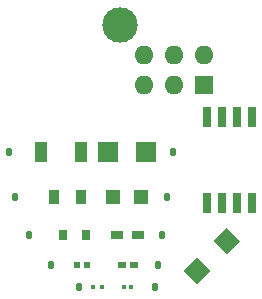
<source format=gts>
G04 #@! TF.FileFunction,Soldermask,Top*
%FSLAX46Y46*%
G04 Gerber Fmt 4.6, Leading zero omitted, Abs format (unit mm)*
G04 Created by KiCad (PCBNEW 4.0.7) date 01/16/18 07:36:33*
%MOMM*%
%LPD*%
G01*
G04 APERTURE LIST*
%ADD10C,0.100000*%
%ADD11R,0.400000X0.400000*%
%ADD12R,0.700000X0.600000*%
%ADD13O,1.600000X1.600000*%
%ADD14R,1.600000X1.600000*%
%ADD15R,1.700000X1.800860*%
%ADD16R,1.300000X1.198880*%
%ADD17R,1.000000X0.797560*%
%ADD18R,0.650000X1.700000*%
%ADD19O,0.508000X0.762000*%
%ADD20R,1.100000X1.700000*%
%ADD21R,0.900000X1.300000*%
%ADD22R,0.700000X0.900000*%
%ADD23R,0.600000X0.600000*%
%ADD24R,0.450000X0.430000*%
%ADD25C,3.000000*%
G04 APERTURE END LIST*
D10*
D11*
X207980000Y-103505000D03*
X208580000Y-103505000D03*
D12*
X207780000Y-101600000D03*
X208780000Y-101600000D03*
D10*
G36*
X216649236Y-98449393D02*
X217780607Y-99580764D01*
X216649236Y-100712135D01*
X215517865Y-99580764D01*
X216649236Y-98449393D01*
X216649236Y-98449393D01*
G37*
G36*
X214134764Y-100963865D02*
X215266135Y-102095236D01*
X214134764Y-103226607D01*
X213003393Y-102095236D01*
X214134764Y-100963865D01*
X214134764Y-100963865D01*
G37*
D13*
X214757000Y-83820000D03*
D14*
X214757000Y-86360000D03*
D13*
X212217000Y-83820000D03*
X212217000Y-86360000D03*
X209677000Y-83820000D03*
X209677000Y-86360000D03*
D15*
X209804000Y-92075000D03*
X206629000Y-92075000D03*
D16*
X209423000Y-95885000D03*
X207010000Y-95885000D03*
D17*
X209169000Y-99060000D03*
X207391000Y-99060000D03*
D18*
X215011000Y-96360000D03*
X216281000Y-96360000D03*
X217551000Y-96360000D03*
X218821000Y-96360000D03*
X218821000Y-89060000D03*
X217551000Y-89060000D03*
X216281000Y-89060000D03*
X215011000Y-89060000D03*
D19*
X212090000Y-92075000D03*
X211582000Y-95885000D03*
X211201000Y-99060000D03*
X210820000Y-101600000D03*
X210566000Y-103505000D03*
X198247000Y-92075000D03*
X198691500Y-95885000D03*
X199898000Y-99060000D03*
X201739500Y-101600000D03*
X204152500Y-103505000D03*
D20*
X204343000Y-92075000D03*
X200914000Y-92075000D03*
D21*
X204343000Y-95885000D03*
X202057000Y-95885000D03*
D22*
X204724000Y-99060000D03*
X202819000Y-99060000D03*
D23*
X204870000Y-101600000D03*
X203970000Y-101600000D03*
D24*
X206140000Y-103505000D03*
X205340000Y-103505000D03*
D25*
X207645000Y-81280000D03*
M02*

</source>
